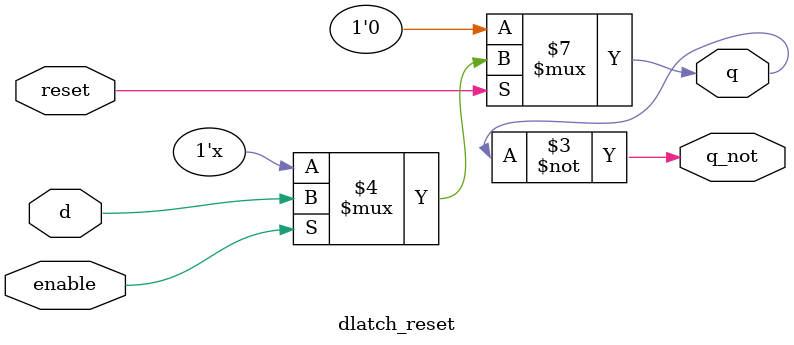
<source format=v>
module dlatch_reset (d,enable,reset,q,q_not);

input d, enable, reset;
output reg q;
output q_not;

always @(d or enable or reset) begin
        if (!reset) begin                   //Active Low Reset
            q <= 1'b0;
        end

        else if (enable) begin
            q <= d;
        end
end

assign q_not = ~q;
    
endmodule
</source>
